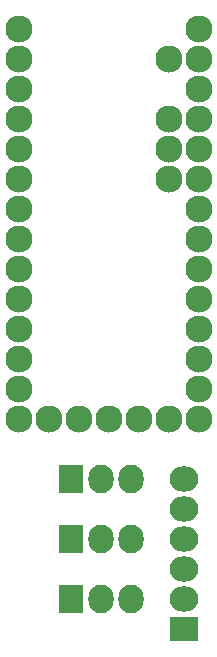
<source format=gbr>
G04 #@! TF.FileFunction,Soldermask,Bot*
%FSLAX46Y46*%
G04 Gerber Fmt 4.6, Leading zero omitted, Abs format (unit mm)*
G04 Created by KiCad (PCBNEW 4.0.2-4+6225~38~ubuntu14.04.1-stable) date on. 13. april 2016 kl. 20.39 +0200*
%MOMM*%
G01*
G04 APERTURE LIST*
%ADD10C,0.100000*%
%ADD11C,2.300000*%
%ADD12R,2.127200X2.432000*%
%ADD13O,2.127200X2.432000*%
%ADD14R,2.432000X2.127200*%
%ADD15O,2.432000X2.127200*%
G04 APERTURE END LIST*
D10*
D11*
X101600000Y-96520000D03*
X101600000Y-99060000D03*
X101600000Y-101600000D03*
X101600000Y-104140000D03*
X101600000Y-106680000D03*
X101600000Y-109220000D03*
X101600000Y-111760000D03*
X101600000Y-114300000D03*
X101600000Y-116840000D03*
X101600000Y-119380000D03*
X101600000Y-121920000D03*
X101600000Y-124460000D03*
X101600000Y-127000000D03*
X116840000Y-127000000D03*
X116840000Y-124460000D03*
X116840000Y-121920000D03*
X116840000Y-119380000D03*
X116840000Y-116840000D03*
X116840000Y-114300000D03*
X116840000Y-111760000D03*
X116840000Y-109220000D03*
X116840000Y-106680000D03*
X116840000Y-104140000D03*
X116840000Y-101600000D03*
X116840000Y-99060000D03*
X116840000Y-96520000D03*
X116840000Y-93980000D03*
X101600000Y-93980000D03*
X114300000Y-127000000D03*
X111760000Y-127000000D03*
X109220000Y-127000000D03*
X106680000Y-127000000D03*
X104140000Y-127000000D03*
X114300000Y-96520000D03*
X114300000Y-101600000D03*
X114300000Y-104140000D03*
X114300000Y-106680000D03*
D12*
X106045000Y-142240000D03*
D13*
X108585000Y-142240000D03*
X111125000Y-142240000D03*
D12*
X106045000Y-137160000D03*
D13*
X108585000Y-137160000D03*
X111125000Y-137160000D03*
D12*
X106045000Y-132080000D03*
D13*
X108585000Y-132080000D03*
X111125000Y-132080000D03*
D14*
X115570000Y-144780000D03*
D15*
X115570000Y-142240000D03*
X115570000Y-139700000D03*
X115570000Y-137160000D03*
X115570000Y-134620000D03*
X115570000Y-132080000D03*
M02*

</source>
